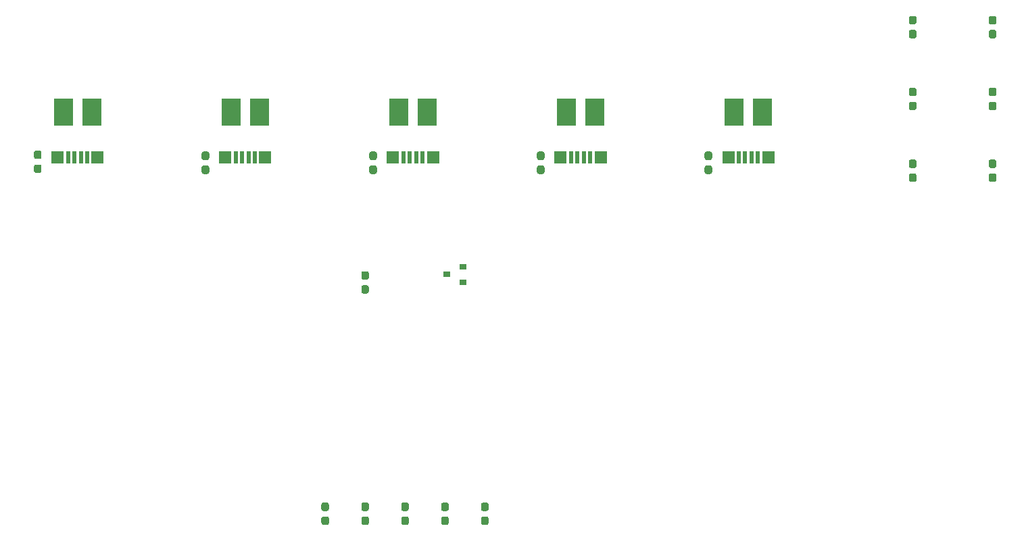
<source format=gbr>
G04 #@! TF.GenerationSoftware,KiCad,Pcbnew,5.1.9-73d0e3b20d~88~ubuntu20.04.1*
G04 #@! TF.CreationDate,2021-03-18T15:40:59+01:00*
G04 #@! TF.ProjectId,uven-mainboard,7576656e-2d6d-4616-996e-626f6172642e,rev?*
G04 #@! TF.SameCoordinates,Original*
G04 #@! TF.FileFunction,Paste,Top*
G04 #@! TF.FilePolarity,Positive*
%FSLAX46Y46*%
G04 Gerber Fmt 4.6, Leading zero omitted, Abs format (unit mm)*
G04 Created by KiCad (PCBNEW 5.1.9-73d0e3b20d~88~ubuntu20.04.1) date 2021-03-18 15:40:59*
%MOMM*%
%LPD*%
G01*
G04 APERTURE LIST*
%ADD10R,1.500000X1.600000*%
%ADD11R,0.500000X1.600000*%
%ADD12R,2.400000X3.480000*%
%ADD13R,0.900000X0.800000*%
G04 APERTURE END LIST*
D10*
X199500000Y-64350000D03*
D11*
X200800000Y-64350000D03*
X201600000Y-64350000D03*
X202400000Y-64350000D03*
X203200000Y-64350000D03*
D10*
X204500000Y-64350000D03*
D12*
X200225000Y-58680000D03*
X203775000Y-58680000D03*
X182775000Y-58680000D03*
X179225000Y-58680000D03*
D10*
X183500000Y-64350000D03*
D11*
X182200000Y-64350000D03*
X181400000Y-64350000D03*
X180600000Y-64350000D03*
X179800000Y-64350000D03*
D10*
X178500000Y-64350000D03*
X157500000Y-64350000D03*
D11*
X158800000Y-64350000D03*
X159600000Y-64350000D03*
X160400000Y-64350000D03*
X161200000Y-64350000D03*
D10*
X162500000Y-64350000D03*
D12*
X158225000Y-58680000D03*
X161775000Y-58680000D03*
X140775000Y-58680000D03*
X137225000Y-58680000D03*
D10*
X141500000Y-64350000D03*
D11*
X140200000Y-64350000D03*
X139400000Y-64350000D03*
X138600000Y-64350000D03*
X137800000Y-64350000D03*
D10*
X136500000Y-64350000D03*
X115500000Y-64350000D03*
D11*
X116800000Y-64350000D03*
X117600000Y-64350000D03*
X118400000Y-64350000D03*
X119200000Y-64350000D03*
D10*
X120500000Y-64350000D03*
D12*
X116225000Y-58680000D03*
X119775000Y-58680000D03*
G36*
G01*
X197237500Y-66400000D02*
X196762500Y-66400000D01*
G75*
G02*
X196525000Y-66162500I0J237500D01*
G01*
X196525000Y-65587500D01*
G75*
G02*
X196762500Y-65350000I237500J0D01*
G01*
X197237500Y-65350000D01*
G75*
G02*
X197475000Y-65587500I0J-237500D01*
G01*
X197475000Y-66162500D01*
G75*
G02*
X197237500Y-66400000I-237500J0D01*
G01*
G37*
G36*
G01*
X197237500Y-64650000D02*
X196762500Y-64650000D01*
G75*
G02*
X196525000Y-64412500I0J237500D01*
G01*
X196525000Y-63837500D01*
G75*
G02*
X196762500Y-63600000I237500J0D01*
G01*
X197237500Y-63600000D01*
G75*
G02*
X197475000Y-63837500I0J-237500D01*
G01*
X197475000Y-64412500D01*
G75*
G02*
X197237500Y-64650000I-237500J0D01*
G01*
G37*
G36*
G01*
X176237500Y-66400000D02*
X175762500Y-66400000D01*
G75*
G02*
X175525000Y-66162500I0J237500D01*
G01*
X175525000Y-65587500D01*
G75*
G02*
X175762500Y-65350000I237500J0D01*
G01*
X176237500Y-65350000D01*
G75*
G02*
X176475000Y-65587500I0J-237500D01*
G01*
X176475000Y-66162500D01*
G75*
G02*
X176237500Y-66400000I-237500J0D01*
G01*
G37*
G36*
G01*
X176237500Y-64650000D02*
X175762500Y-64650000D01*
G75*
G02*
X175525000Y-64412500I0J237500D01*
G01*
X175525000Y-63837500D01*
G75*
G02*
X175762500Y-63600000I237500J0D01*
G01*
X176237500Y-63600000D01*
G75*
G02*
X176475000Y-63837500I0J-237500D01*
G01*
X176475000Y-64412500D01*
G75*
G02*
X176237500Y-64650000I-237500J0D01*
G01*
G37*
G36*
G01*
X155237500Y-64650000D02*
X154762500Y-64650000D01*
G75*
G02*
X154525000Y-64412500I0J237500D01*
G01*
X154525000Y-63837500D01*
G75*
G02*
X154762500Y-63600000I237500J0D01*
G01*
X155237500Y-63600000D01*
G75*
G02*
X155475000Y-63837500I0J-237500D01*
G01*
X155475000Y-64412500D01*
G75*
G02*
X155237500Y-64650000I-237500J0D01*
G01*
G37*
G36*
G01*
X155237500Y-66400000D02*
X154762500Y-66400000D01*
G75*
G02*
X154525000Y-66162500I0J237500D01*
G01*
X154525000Y-65587500D01*
G75*
G02*
X154762500Y-65350000I237500J0D01*
G01*
X155237500Y-65350000D01*
G75*
G02*
X155475000Y-65587500I0J-237500D01*
G01*
X155475000Y-66162500D01*
G75*
G02*
X155237500Y-66400000I-237500J0D01*
G01*
G37*
G36*
G01*
X134237500Y-66400000D02*
X133762500Y-66400000D01*
G75*
G02*
X133525000Y-66162500I0J237500D01*
G01*
X133525000Y-65587500D01*
G75*
G02*
X133762500Y-65350000I237500J0D01*
G01*
X134237500Y-65350000D01*
G75*
G02*
X134475000Y-65587500I0J-237500D01*
G01*
X134475000Y-66162500D01*
G75*
G02*
X134237500Y-66400000I-237500J0D01*
G01*
G37*
G36*
G01*
X134237500Y-64650000D02*
X133762500Y-64650000D01*
G75*
G02*
X133525000Y-64412500I0J237500D01*
G01*
X133525000Y-63837500D01*
G75*
G02*
X133762500Y-63600000I237500J0D01*
G01*
X134237500Y-63600000D01*
G75*
G02*
X134475000Y-63837500I0J-237500D01*
G01*
X134475000Y-64412500D01*
G75*
G02*
X134237500Y-64650000I-237500J0D01*
G01*
G37*
G36*
G01*
X113237500Y-64525000D02*
X112762500Y-64525000D01*
G75*
G02*
X112525000Y-64287500I0J237500D01*
G01*
X112525000Y-63712500D01*
G75*
G02*
X112762500Y-63475000I237500J0D01*
G01*
X113237500Y-63475000D01*
G75*
G02*
X113475000Y-63712500I0J-237500D01*
G01*
X113475000Y-64287500D01*
G75*
G02*
X113237500Y-64525000I-237500J0D01*
G01*
G37*
G36*
G01*
X113237500Y-66275000D02*
X112762500Y-66275000D01*
G75*
G02*
X112525000Y-66037500I0J237500D01*
G01*
X112525000Y-65462500D01*
G75*
G02*
X112762500Y-65225000I237500J0D01*
G01*
X113237500Y-65225000D01*
G75*
G02*
X113475000Y-65462500I0J-237500D01*
G01*
X113475000Y-66037500D01*
G75*
G02*
X113237500Y-66275000I-237500J0D01*
G01*
G37*
D13*
X166274999Y-79950000D03*
X166274999Y-78050000D03*
X164274999Y-79000000D03*
G36*
G01*
X148762500Y-107600000D02*
X149237500Y-107600000D01*
G75*
G02*
X149475000Y-107837500I0J-237500D01*
G01*
X149475000Y-108412500D01*
G75*
G02*
X149237500Y-108650000I-237500J0D01*
G01*
X148762500Y-108650000D01*
G75*
G02*
X148525000Y-108412500I0J237500D01*
G01*
X148525000Y-107837500D01*
G75*
G02*
X148762500Y-107600000I237500J0D01*
G01*
G37*
G36*
G01*
X148762500Y-109350000D02*
X149237500Y-109350000D01*
G75*
G02*
X149475000Y-109587500I0J-237500D01*
G01*
X149475000Y-110162500D01*
G75*
G02*
X149237500Y-110400000I-237500J0D01*
G01*
X148762500Y-110400000D01*
G75*
G02*
X148525000Y-110162500I0J237500D01*
G01*
X148525000Y-109587500D01*
G75*
G02*
X148762500Y-109350000I237500J0D01*
G01*
G37*
G36*
G01*
X153762500Y-109350000D02*
X154237500Y-109350000D01*
G75*
G02*
X154475000Y-109587500I0J-237500D01*
G01*
X154475000Y-110162500D01*
G75*
G02*
X154237500Y-110400000I-237500J0D01*
G01*
X153762500Y-110400000D01*
G75*
G02*
X153525000Y-110162500I0J237500D01*
G01*
X153525000Y-109587500D01*
G75*
G02*
X153762500Y-109350000I237500J0D01*
G01*
G37*
G36*
G01*
X153762500Y-107600000D02*
X154237500Y-107600000D01*
G75*
G02*
X154475000Y-107837500I0J-237500D01*
G01*
X154475000Y-108412500D01*
G75*
G02*
X154237500Y-108650000I-237500J0D01*
G01*
X153762500Y-108650000D01*
G75*
G02*
X153525000Y-108412500I0J237500D01*
G01*
X153525000Y-107837500D01*
G75*
G02*
X153762500Y-107600000I237500J0D01*
G01*
G37*
G36*
G01*
X158762500Y-107600000D02*
X159237500Y-107600000D01*
G75*
G02*
X159475000Y-107837500I0J-237500D01*
G01*
X159475000Y-108412500D01*
G75*
G02*
X159237500Y-108650000I-237500J0D01*
G01*
X158762500Y-108650000D01*
G75*
G02*
X158525000Y-108412500I0J237500D01*
G01*
X158525000Y-107837500D01*
G75*
G02*
X158762500Y-107600000I237500J0D01*
G01*
G37*
G36*
G01*
X158762500Y-109350000D02*
X159237500Y-109350000D01*
G75*
G02*
X159475000Y-109587500I0J-237500D01*
G01*
X159475000Y-110162500D01*
G75*
G02*
X159237500Y-110400000I-237500J0D01*
G01*
X158762500Y-110400000D01*
G75*
G02*
X158525000Y-110162500I0J237500D01*
G01*
X158525000Y-109587500D01*
G75*
G02*
X158762500Y-109350000I237500J0D01*
G01*
G37*
G36*
G01*
X163762500Y-109350000D02*
X164237500Y-109350000D01*
G75*
G02*
X164475000Y-109587500I0J-237500D01*
G01*
X164475000Y-110162500D01*
G75*
G02*
X164237500Y-110400000I-237500J0D01*
G01*
X163762500Y-110400000D01*
G75*
G02*
X163525000Y-110162500I0J237500D01*
G01*
X163525000Y-109587500D01*
G75*
G02*
X163762500Y-109350000I237500J0D01*
G01*
G37*
G36*
G01*
X163762500Y-107600000D02*
X164237500Y-107600000D01*
G75*
G02*
X164475000Y-107837500I0J-237500D01*
G01*
X164475000Y-108412500D01*
G75*
G02*
X164237500Y-108650000I-237500J0D01*
G01*
X163762500Y-108650000D01*
G75*
G02*
X163525000Y-108412500I0J237500D01*
G01*
X163525000Y-107837500D01*
G75*
G02*
X163762500Y-107600000I237500J0D01*
G01*
G37*
G36*
G01*
X168762500Y-107600000D02*
X169237500Y-107600000D01*
G75*
G02*
X169475000Y-107837500I0J-237500D01*
G01*
X169475000Y-108412500D01*
G75*
G02*
X169237500Y-108650000I-237500J0D01*
G01*
X168762500Y-108650000D01*
G75*
G02*
X168525000Y-108412500I0J237500D01*
G01*
X168525000Y-107837500D01*
G75*
G02*
X168762500Y-107600000I237500J0D01*
G01*
G37*
G36*
G01*
X168762500Y-109350000D02*
X169237500Y-109350000D01*
G75*
G02*
X169475000Y-109587500I0J-237500D01*
G01*
X169475000Y-110162500D01*
G75*
G02*
X169237500Y-110400000I-237500J0D01*
G01*
X168762500Y-110400000D01*
G75*
G02*
X168525000Y-110162500I0J237500D01*
G01*
X168525000Y-109587500D01*
G75*
G02*
X168762500Y-109350000I237500J0D01*
G01*
G37*
G36*
G01*
X154237500Y-79650000D02*
X153762500Y-79650000D01*
G75*
G02*
X153525000Y-79412500I0J237500D01*
G01*
X153525000Y-78837500D01*
G75*
G02*
X153762500Y-78600000I237500J0D01*
G01*
X154237500Y-78600000D01*
G75*
G02*
X154475000Y-78837500I0J-237500D01*
G01*
X154475000Y-79412500D01*
G75*
G02*
X154237500Y-79650000I-237500J0D01*
G01*
G37*
G36*
G01*
X154237500Y-81400000D02*
X153762500Y-81400000D01*
G75*
G02*
X153525000Y-81162500I0J237500D01*
G01*
X153525000Y-80587500D01*
G75*
G02*
X153762500Y-80350000I237500J0D01*
G01*
X154237500Y-80350000D01*
G75*
G02*
X154475000Y-80587500I0J-237500D01*
G01*
X154475000Y-81162500D01*
G75*
G02*
X154237500Y-81400000I-237500J0D01*
G01*
G37*
G36*
G01*
X232837500Y-67400000D02*
X232362500Y-67400000D01*
G75*
G02*
X232125000Y-67162500I0J237500D01*
G01*
X232125000Y-66587500D01*
G75*
G02*
X232362500Y-66350000I237500J0D01*
G01*
X232837500Y-66350000D01*
G75*
G02*
X233075000Y-66587500I0J-237500D01*
G01*
X233075000Y-67162500D01*
G75*
G02*
X232837500Y-67400000I-237500J0D01*
G01*
G37*
G36*
G01*
X232837500Y-65650000D02*
X232362500Y-65650000D01*
G75*
G02*
X232125000Y-65412500I0J237500D01*
G01*
X232125000Y-64837500D01*
G75*
G02*
X232362500Y-64600000I237500J0D01*
G01*
X232837500Y-64600000D01*
G75*
G02*
X233075000Y-64837500I0J-237500D01*
G01*
X233075000Y-65412500D01*
G75*
G02*
X232837500Y-65650000I-237500J0D01*
G01*
G37*
G36*
G01*
X232837500Y-56650000D02*
X232362500Y-56650000D01*
G75*
G02*
X232125000Y-56412500I0J237500D01*
G01*
X232125000Y-55837500D01*
G75*
G02*
X232362500Y-55600000I237500J0D01*
G01*
X232837500Y-55600000D01*
G75*
G02*
X233075000Y-55837500I0J-237500D01*
G01*
X233075000Y-56412500D01*
G75*
G02*
X232837500Y-56650000I-237500J0D01*
G01*
G37*
G36*
G01*
X232837500Y-58400000D02*
X232362500Y-58400000D01*
G75*
G02*
X232125000Y-58162500I0J237500D01*
G01*
X232125000Y-57587500D01*
G75*
G02*
X232362500Y-57350000I237500J0D01*
G01*
X232837500Y-57350000D01*
G75*
G02*
X233075000Y-57587500I0J-237500D01*
G01*
X233075000Y-58162500D01*
G75*
G02*
X232837500Y-58400000I-237500J0D01*
G01*
G37*
G36*
G01*
X232837500Y-49400000D02*
X232362500Y-49400000D01*
G75*
G02*
X232125000Y-49162500I0J237500D01*
G01*
X232125000Y-48587500D01*
G75*
G02*
X232362500Y-48350000I237500J0D01*
G01*
X232837500Y-48350000D01*
G75*
G02*
X233075000Y-48587500I0J-237500D01*
G01*
X233075000Y-49162500D01*
G75*
G02*
X232837500Y-49400000I-237500J0D01*
G01*
G37*
G36*
G01*
X232837500Y-47650000D02*
X232362500Y-47650000D01*
G75*
G02*
X232125000Y-47412500I0J237500D01*
G01*
X232125000Y-46837500D01*
G75*
G02*
X232362500Y-46600000I237500J0D01*
G01*
X232837500Y-46600000D01*
G75*
G02*
X233075000Y-46837500I0J-237500D01*
G01*
X233075000Y-47412500D01*
G75*
G02*
X232837500Y-47650000I-237500J0D01*
G01*
G37*
G36*
G01*
X222837500Y-65650000D02*
X222362500Y-65650000D01*
G75*
G02*
X222125000Y-65412500I0J237500D01*
G01*
X222125000Y-64837500D01*
G75*
G02*
X222362500Y-64600000I237500J0D01*
G01*
X222837500Y-64600000D01*
G75*
G02*
X223075000Y-64837500I0J-237500D01*
G01*
X223075000Y-65412500D01*
G75*
G02*
X222837500Y-65650000I-237500J0D01*
G01*
G37*
G36*
G01*
X222837500Y-67400000D02*
X222362500Y-67400000D01*
G75*
G02*
X222125000Y-67162500I0J237500D01*
G01*
X222125000Y-66587500D01*
G75*
G02*
X222362500Y-66350000I237500J0D01*
G01*
X222837500Y-66350000D01*
G75*
G02*
X223075000Y-66587500I0J-237500D01*
G01*
X223075000Y-67162500D01*
G75*
G02*
X222837500Y-67400000I-237500J0D01*
G01*
G37*
G36*
G01*
X222837500Y-58400000D02*
X222362500Y-58400000D01*
G75*
G02*
X222125000Y-58162500I0J237500D01*
G01*
X222125000Y-57587500D01*
G75*
G02*
X222362500Y-57350000I237500J0D01*
G01*
X222837500Y-57350000D01*
G75*
G02*
X223075000Y-57587500I0J-237500D01*
G01*
X223075000Y-58162500D01*
G75*
G02*
X222837500Y-58400000I-237500J0D01*
G01*
G37*
G36*
G01*
X222837500Y-56650000D02*
X222362500Y-56650000D01*
G75*
G02*
X222125000Y-56412500I0J237500D01*
G01*
X222125000Y-55837500D01*
G75*
G02*
X222362500Y-55600000I237500J0D01*
G01*
X222837500Y-55600000D01*
G75*
G02*
X223075000Y-55837500I0J-237500D01*
G01*
X223075000Y-56412500D01*
G75*
G02*
X222837500Y-56650000I-237500J0D01*
G01*
G37*
G36*
G01*
X222837500Y-49400000D02*
X222362500Y-49400000D01*
G75*
G02*
X222125000Y-49162500I0J237500D01*
G01*
X222125000Y-48587500D01*
G75*
G02*
X222362500Y-48350000I237500J0D01*
G01*
X222837500Y-48350000D01*
G75*
G02*
X223075000Y-48587500I0J-237500D01*
G01*
X223075000Y-49162500D01*
G75*
G02*
X222837500Y-49400000I-237500J0D01*
G01*
G37*
G36*
G01*
X222837500Y-47650000D02*
X222362500Y-47650000D01*
G75*
G02*
X222125000Y-47412500I0J237500D01*
G01*
X222125000Y-46837500D01*
G75*
G02*
X222362500Y-46600000I237500J0D01*
G01*
X222837500Y-46600000D01*
G75*
G02*
X223075000Y-46837500I0J-237500D01*
G01*
X223075000Y-47412500D01*
G75*
G02*
X222837500Y-47650000I-237500J0D01*
G01*
G37*
M02*

</source>
